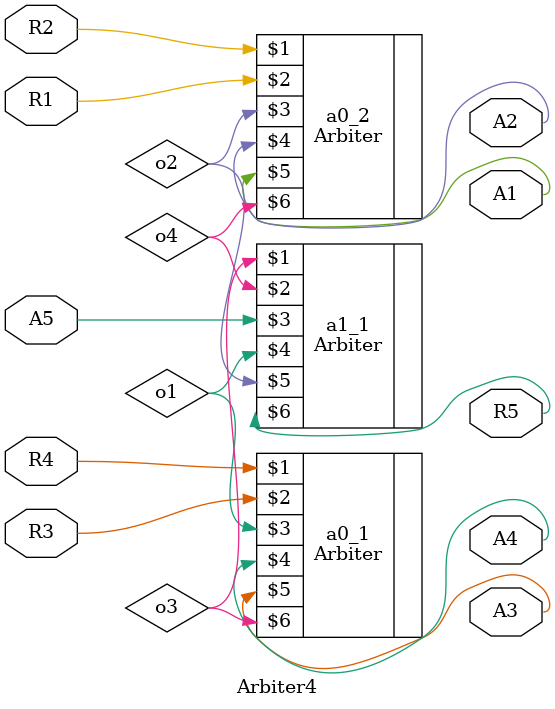
<source format=v>
`timescale 1ns / 1ps


module Arbiter4(
    input wire R4,
    input wire R3,
    input wire R2,
    input wire R1,
    input wire A5,
    output wire A4,
    output wire A3,
    output wire A2,
    output wire A1,
    output wire R5
    );
    
    wire o3,o4;
    wire o1,o2;

    Arbiter a0_1(R4, R3, o1, A4, A3, o3);
    Arbiter a0_2(R2, R1, o2, A2, A1, o4);
    Arbiter a1_1(o3, o4, A5, o1, o2, R5);
    
endmodule

</source>
